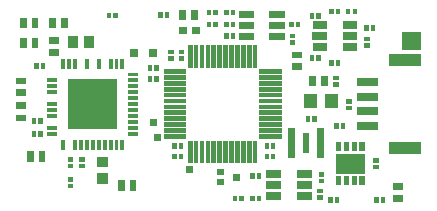
<source format=gts>
G04 Layer: TopSolderMaskLayer*
G04 EasyEDA v6.4.4, 2020-08-18T00:36:11--7:00*
G04 995102e80ca04af79c8c3c359321127d,ec5ec94f42e349aabe65ed7a530a4b72,10*
G04 Gerber Generator version 0.2*
G04 Scale: 100 percent, Rotated: No, Reflected: No *
G04 Dimensions in millimeters *
G04 leading zeros omitted , absolute positions ,3 integer and 3 decimal *
%FSLAX33Y33*%
%MOMM*%
G90*
G71D02*

%ADD72R,0.877976X0.577977*%
%ADD75R,1.289558X0.641858*%

%LPD*%
G36*
G01X33210Y13312D02*
G01X33210Y14889D01*
G01X34787Y14889D01*
G01X34787Y13312D01*
G01X33210Y13312D01*
G37*
G36*
G01X11760Y12710D02*
G01X11760Y13388D01*
G01X12438Y13388D01*
G01X12438Y12710D01*
G01X11760Y12710D01*
G37*
G36*
G01X10160Y12710D02*
G01X10160Y13388D01*
G01X10838Y13388D01*
G01X10838Y12710D01*
G01X10160Y12710D01*
G37*
G36*
G01X14310Y14711D02*
G01X14310Y15288D01*
G01X14988Y15288D01*
G01X14988Y14711D01*
G01X14310Y14711D01*
G37*
G36*
G01X15410Y14711D02*
G01X15410Y15288D01*
G01X16088Y15288D01*
G01X16088Y14711D01*
G01X15410Y14711D01*
G37*
G36*
G01X13086Y16060D02*
G01X13086Y16537D01*
G01X13464Y16537D01*
G01X13464Y16060D01*
G01X13086Y16060D01*
G37*
G36*
G01X12537Y16060D02*
G01X12537Y16537D01*
G01X12915Y16537D01*
G01X12915Y16060D01*
G01X12537Y16060D01*
G37*
G36*
G01X18686Y15260D02*
G01X18686Y15737D01*
G01X19065Y15737D01*
G01X19065Y15260D01*
G01X18686Y15260D01*
G37*
G36*
G01X18138Y15260D02*
G01X18138Y15737D01*
G01X18514Y15737D01*
G01X18514Y15260D01*
G01X18138Y15260D01*
G37*
G36*
G01X29959Y14086D02*
G01X29959Y14465D01*
G01X30436Y14465D01*
G01X30436Y14086D01*
G01X29959Y14086D01*
G37*
G36*
G01X29959Y13535D02*
G01X29959Y13914D01*
G01X30436Y13914D01*
G01X30436Y13535D01*
G01X29959Y13535D01*
G37*
G36*
G01X20886Y510D02*
G01X20886Y988D01*
G01X21264Y988D01*
G01X21264Y510D01*
G01X20886Y510D01*
G37*
G36*
G01X20337Y510D02*
G01X20337Y988D01*
G01X20713Y988D01*
G01X20713Y510D01*
G01X20337Y510D01*
G37*
G36*
G01X2410Y3860D02*
G01X2410Y4739D01*
G01X2987Y4739D01*
G01X2987Y3860D01*
G01X2410Y3860D01*
G37*
G36*
G01X1409Y3860D02*
G01X1409Y4739D01*
G01X1988Y4739D01*
G01X1988Y3860D01*
G01X1409Y3860D01*
G37*
G36*
G01X1811Y13462D02*
G01X1811Y14338D01*
G01X2390Y14338D01*
G01X2390Y13462D01*
G01X1811Y13462D01*
G37*
G36*
G01X810Y13462D02*
G01X810Y14338D01*
G01X1389Y14338D01*
G01X1389Y13462D01*
G01X810Y13462D01*
G37*
G36*
G01X15311Y15862D02*
G01X15311Y16738D01*
G01X15887Y16738D01*
G01X15887Y15862D01*
G01X15311Y15862D01*
G37*
G36*
G01X14310Y15862D02*
G01X14310Y16738D01*
G01X14889Y16738D01*
G01X14889Y15862D01*
G01X14310Y15862D01*
G37*
G54D72*
G01X898Y7600D03*
G36*
G01X459Y8310D02*
G01X459Y8890D01*
G01X1338Y8890D01*
G01X1338Y8310D01*
G01X459Y8310D01*
G37*
G36*
G01X459Y10411D02*
G01X459Y10990D01*
G01X1338Y10990D01*
G01X1338Y10411D01*
G01X459Y10411D01*
G37*
G36*
G01X459Y9410D02*
G01X459Y9989D01*
G01X1338Y9989D01*
G01X1338Y9410D01*
G01X459Y9410D01*
G37*
G36*
G01X8186Y16012D02*
G01X8186Y16489D01*
G01X8564Y16489D01*
G01X8564Y16012D01*
G01X8186Y16012D01*
G37*
G36*
G01X8735Y16012D02*
G01X8735Y16489D01*
G01X9113Y16489D01*
G01X9113Y16012D01*
G01X8735Y16012D01*
G37*
G36*
G01X23860Y11610D02*
G01X23860Y12189D01*
G01X24739Y12189D01*
G01X24739Y11610D01*
G01X23860Y11610D01*
G37*
G36*
G01X23860Y12611D02*
G01X23860Y13190D01*
G01X24739Y13190D01*
G01X24739Y12611D01*
G01X23860Y12611D01*
G37*
G36*
G01X32410Y462D02*
G01X32410Y1038D01*
G01X33289Y1038D01*
G01X33289Y462D01*
G01X32410Y462D01*
G37*
G36*
G01X32410Y1460D02*
G01X32410Y2039D01*
G01X33289Y2039D01*
G01X33289Y1460D01*
G01X32410Y1460D01*
G37*
G36*
G01X25958Y4160D02*
G01X25958Y6738D01*
G01X26537Y6738D01*
G01X26537Y4160D01*
G01X25958Y4160D01*
G37*
G36*
G01X24759Y4610D02*
G01X24759Y6289D01*
G01X25339Y6289D01*
G01X25339Y4610D01*
G01X24759Y4610D01*
G37*
G36*
G01X23561Y4160D02*
G01X23561Y6738D01*
G01X24140Y6738D01*
G01X24140Y4160D01*
G01X23561Y4160D01*
G37*
G36*
G01X21658Y2519D02*
G01X21658Y3159D01*
G01X22948Y3159D01*
G01X22948Y2519D01*
G01X21658Y2519D01*
G37*
G36*
G01X21658Y1579D02*
G01X21658Y2219D01*
G01X22948Y2219D01*
G01X22948Y1579D01*
G01X21658Y1579D01*
G37*
G36*
G01X21658Y640D02*
G01X21658Y1280D01*
G01X22948Y1280D01*
G01X22948Y640D01*
G01X21658Y640D01*
G37*
G36*
G01X24249Y640D02*
G01X24249Y1280D01*
G01X25539Y1280D01*
G01X25539Y640D01*
G01X24249Y640D01*
G37*
G36*
G01X24249Y2519D02*
G01X24249Y3159D01*
G01X25539Y3159D01*
G01X25539Y2519D01*
G01X24249Y2519D01*
G37*
G36*
G01X24249Y1579D02*
G01X24249Y2219D01*
G01X25539Y2219D01*
G01X25539Y1579D01*
G01X24249Y1579D01*
G37*
G36*
G01X19359Y16019D02*
G01X19359Y16659D01*
G01X20650Y16659D01*
G01X20650Y16019D01*
G01X19359Y16019D01*
G37*
G36*
G01X19359Y15079D02*
G01X19359Y15720D01*
G01X20650Y15720D01*
G01X20650Y15079D01*
G01X19359Y15079D01*
G37*
G36*
G01X19359Y14140D02*
G01X19359Y14780D01*
G01X20650Y14780D01*
G01X20650Y14140D01*
G01X19359Y14140D01*
G37*
G36*
G01X21950Y14140D02*
G01X21950Y14780D01*
G01X23241Y14780D01*
G01X23241Y14140D01*
G01X21950Y14140D01*
G37*
G36*
G01X21950Y16019D02*
G01X21950Y16659D01*
G01X23241Y16659D01*
G01X23241Y16019D01*
G01X21950Y16019D01*
G37*
G36*
G01X21950Y15079D02*
G01X21950Y15720D01*
G01X23241Y15720D01*
G01X23241Y15079D01*
G01X21950Y15079D01*
G37*
G36*
G01X32037Y4485D02*
G01X32037Y5565D01*
G01X34813Y5565D01*
G01X34813Y4485D01*
G01X32037Y4485D01*
G37*
G36*
G01X29337Y7785D02*
G01X29337Y8463D01*
G01X31115Y8463D01*
G01X31115Y7785D01*
G01X29337Y7785D01*
G37*
G36*
G01X29337Y6535D02*
G01X29337Y7213D01*
G01X31115Y7213D01*
G01X31115Y6535D01*
G01X29337Y6535D01*
G37*
G36*
G01X29337Y9037D02*
G01X29337Y9712D01*
G01X31115Y9712D01*
G01X31115Y9037D01*
G01X29337Y9037D01*
G37*
G36*
G01X29337Y10287D02*
G01X29337Y10965D01*
G01X31115Y10965D01*
G01X31115Y10287D01*
G01X29337Y10287D01*
G37*
G36*
G01X32037Y11935D02*
G01X32037Y13014D01*
G01X34813Y13014D01*
G01X34813Y11935D01*
G01X32037Y11935D01*
G37*
G36*
G01X18686Y16261D02*
G01X18686Y16738D01*
G01X19062Y16738D01*
G01X19062Y16261D01*
G01X18686Y16261D01*
G37*
G36*
G01X18135Y16261D02*
G01X18135Y16738D01*
G01X18514Y16738D01*
G01X18514Y16261D01*
G01X18135Y16261D01*
G37*
G36*
G01X5859Y3335D02*
G01X5859Y3713D01*
G01X6339Y3713D01*
G01X6339Y3335D01*
G01X5859Y3335D01*
G37*
G36*
G01X5859Y3886D02*
G01X5859Y4264D01*
G01X6339Y4264D01*
G01X6339Y3886D01*
G01X5859Y3886D01*
G37*
G36*
G01X4861Y1635D02*
G01X4861Y2014D01*
G01X5339Y2014D01*
G01X5339Y1635D01*
G01X4861Y1635D01*
G37*
G36*
G01X4861Y2186D02*
G01X4861Y2562D01*
G01X5339Y2562D01*
G01X5339Y2186D01*
G01X4861Y2186D01*
G37*
G36*
G01X1836Y5961D02*
G01X1836Y6438D01*
G01X2214Y6438D01*
G01X2214Y5961D01*
G01X1836Y5961D01*
G37*
G36*
G01X2385Y5961D02*
G01X2385Y6438D01*
G01X2763Y6438D01*
G01X2763Y5961D01*
G01X2385Y5961D01*
G37*
G36*
G01X28460Y8237D02*
G01X28460Y8613D01*
G01X28938Y8613D01*
G01X28938Y8237D01*
G01X28460Y8237D01*
G37*
G36*
G01X28460Y8785D02*
G01X28460Y9164D01*
G01X28938Y9164D01*
G01X28938Y8785D01*
G01X28460Y8785D01*
G37*
G36*
G01X26111Y2037D02*
G01X26111Y2413D01*
G01X26588Y2413D01*
G01X26588Y2037D01*
G01X26111Y2037D01*
G37*
G36*
G01X26111Y2585D02*
G01X26111Y2964D01*
G01X26588Y2964D01*
G01X26588Y2585D01*
G01X26111Y2585D01*
G37*
G36*
G01X20886Y2410D02*
G01X20886Y2887D01*
G01X21264Y2887D01*
G01X21264Y2410D01*
G01X20886Y2410D01*
G37*
G36*
G01X20335Y2410D02*
G01X20335Y2887D01*
G01X20713Y2887D01*
G01X20713Y2410D01*
G01X20335Y2410D01*
G37*
G36*
G01X26936Y411D02*
G01X26936Y889D01*
G01X27315Y889D01*
G01X27315Y411D01*
G01X26936Y411D01*
G37*
G36*
G01X27485Y411D02*
G01X27485Y889D01*
G01X27863Y889D01*
G01X27863Y411D01*
G01X27485Y411D01*
G37*
G36*
G01X26012Y635D02*
G01X26012Y1013D01*
G01X26489Y1013D01*
G01X26489Y635D01*
G01X26012Y635D01*
G37*
G36*
G01X26012Y1186D02*
G01X26012Y1564D01*
G01X26489Y1564D01*
G01X26489Y1186D01*
G01X26012Y1186D01*
G37*
G36*
G01X18836Y510D02*
G01X18836Y988D01*
G01X19215Y988D01*
G01X19215Y510D01*
G01X18836Y510D01*
G37*
G36*
G01X19385Y510D02*
G01X19385Y988D01*
G01X19763Y988D01*
G01X19763Y510D01*
G01X19385Y510D01*
G37*
G36*
G01X2037Y11760D02*
G01X2037Y12237D01*
G01X2413Y12237D01*
G01X2413Y11760D01*
G01X2037Y11760D01*
G37*
G36*
G01X2585Y11760D02*
G01X2585Y12237D01*
G01X2964Y12237D01*
G01X2964Y11760D01*
G01X2585Y11760D01*
G37*
G36*
G01X28435Y16360D02*
G01X28435Y16840D01*
G01X28813Y16840D01*
G01X28813Y16360D01*
G01X28435Y16360D01*
G37*
G36*
G01X28986Y16360D02*
G01X28986Y16840D01*
G01X29364Y16840D01*
G01X29364Y16360D01*
G01X28986Y16360D01*
G37*
G36*
G01X27586Y12011D02*
G01X27586Y12489D01*
G01X27962Y12489D01*
G01X27962Y12011D01*
G01X27586Y12011D01*
G37*
G36*
G01X27035Y12011D02*
G01X27035Y12489D01*
G01X27414Y12489D01*
G01X27414Y12011D01*
G01X27035Y12011D01*
G37*
G36*
G01X27586Y16360D02*
G01X27586Y16840D01*
G01X27962Y16840D01*
G01X27962Y16360D01*
G01X27586Y16360D01*
G37*
G36*
G01X27035Y16360D02*
G01X27035Y16840D01*
G01X27414Y16840D01*
G01X27414Y16360D01*
G01X27035Y16360D01*
G37*
G36*
G01X25387Y15961D02*
G01X25387Y16438D01*
G01X25763Y16438D01*
G01X25763Y15961D01*
G01X25387Y15961D01*
G37*
G36*
G01X25935Y15961D02*
G01X25935Y16438D01*
G01X26314Y16438D01*
G01X26314Y15961D01*
G01X25935Y15961D01*
G37*
G36*
G01X30535Y14960D02*
G01X30535Y15438D01*
G01X30914Y15438D01*
G01X30914Y14960D01*
G01X30535Y14960D01*
G37*
G36*
G01X29987Y14960D02*
G01X29987Y15438D01*
G01X30363Y15438D01*
G01X30363Y14960D01*
G01X29987Y14960D01*
G37*
G36*
G01X11635Y11562D02*
G01X11635Y12039D01*
G01X12014Y12039D01*
G01X12014Y11562D01*
G01X11635Y11562D01*
G37*
G36*
G01X12186Y11562D02*
G01X12186Y12039D01*
G01X12562Y12039D01*
G01X12562Y11562D01*
G01X12186Y11562D01*
G37*
G36*
G01X12186Y10660D02*
G01X12186Y11137D01*
G01X12562Y11137D01*
G01X12562Y10660D01*
G01X12186Y10660D01*
G37*
G36*
G01X11635Y10660D02*
G01X11635Y11137D01*
G01X12014Y11137D01*
G01X12014Y10660D01*
G01X11635Y10660D01*
G37*
G36*
G01X25935Y12410D02*
G01X25935Y12887D01*
G01X26314Y12887D01*
G01X26314Y12410D01*
G01X25935Y12410D01*
G37*
G36*
G01X25384Y12410D02*
G01X25384Y12887D01*
G01X25763Y12887D01*
G01X25763Y12410D01*
G01X25384Y12410D01*
G37*
G36*
G01X4861Y3335D02*
G01X4861Y3713D01*
G01X5339Y3713D01*
G01X5339Y3335D01*
G01X4861Y3335D01*
G37*
G36*
G01X4861Y3886D02*
G01X4861Y4264D01*
G01X5339Y4264D01*
G01X5339Y3886D01*
G01X4861Y3886D01*
G37*
G36*
G01X31386Y411D02*
G01X31386Y889D01*
G01X31762Y889D01*
G01X31762Y411D01*
G01X31386Y411D01*
G37*
G36*
G01X30835Y411D02*
G01X30835Y889D01*
G01X31214Y889D01*
G01X31214Y411D01*
G01X30835Y411D01*
G37*
G36*
G01X16637Y16261D02*
G01X16637Y16738D01*
G01X17012Y16738D01*
G01X17012Y16261D01*
G01X16637Y16261D01*
G37*
G36*
G01X17185Y16261D02*
G01X17185Y16738D01*
G01X17564Y16738D01*
G01X17564Y16261D01*
G01X17185Y16261D01*
G37*
G36*
G01X1836Y7061D02*
G01X1836Y7538D01*
G01X2214Y7538D01*
G01X2214Y7061D01*
G01X1836Y7061D01*
G37*
G36*
G01X2385Y7061D02*
G01X2385Y7538D01*
G01X2763Y7538D01*
G01X2763Y7061D01*
G01X2385Y7061D01*
G37*
G36*
G01X23637Y15260D02*
G01X23637Y15737D01*
G01X24013Y15737D01*
G01X24013Y15260D01*
G01X23637Y15260D01*
G37*
G36*
G01X24185Y15260D02*
G01X24185Y15737D01*
G01X24564Y15737D01*
G01X24564Y15260D01*
G01X24185Y15260D01*
G37*
G36*
G01X18686Y14262D02*
G01X18686Y14739D01*
G01X19062Y14739D01*
G01X19062Y14262D01*
G01X18686Y14262D01*
G37*
G36*
G01X18135Y14262D02*
G01X18135Y14739D01*
G01X18514Y14739D01*
G01X18514Y14262D01*
G01X18135Y14262D01*
G37*
G36*
G01X23660Y13787D02*
G01X23660Y14163D01*
G01X24140Y14163D01*
G01X24140Y13787D01*
G01X23660Y13787D01*
G37*
G36*
G01X23660Y14335D02*
G01X23660Y14714D01*
G01X24140Y14714D01*
G01X24140Y14335D01*
G01X23660Y14335D01*
G37*
G36*
G01X17185Y15260D02*
G01X17185Y15737D01*
G01X17564Y15737D01*
G01X17564Y15260D01*
G01X17185Y15260D01*
G37*
G36*
G01X16637Y15260D02*
G01X16637Y15737D01*
G01X17012Y15737D01*
G01X17012Y15260D01*
G01X16637Y15260D01*
G37*
G36*
G01X18856Y2258D02*
G01X18856Y2842D01*
G01X19443Y2842D01*
G01X19443Y2258D01*
G01X18856Y2258D01*
G37*
G36*
G01X14907Y2905D02*
G01X14907Y3492D01*
G01X15494Y3492D01*
G01X15494Y2905D01*
G01X14907Y2905D01*
G37*
G36*
G01X11856Y6906D02*
G01X11856Y7493D01*
G01X12443Y7493D01*
G01X12443Y6906D01*
G01X11856Y6906D01*
G37*
G36*
G01X12207Y5605D02*
G01X12207Y6192D01*
G01X12793Y6192D01*
G01X12793Y5605D01*
G01X12207Y5605D01*
G37*
G36*
G01X17508Y1856D02*
G01X17508Y2443D01*
G01X18092Y2443D01*
G01X18092Y1856D01*
G01X17508Y1856D01*
G37*
G36*
G01X17508Y2707D02*
G01X17508Y3291D01*
G01X18092Y3291D01*
G01X18092Y2707D01*
G01X17508Y2707D01*
G37*
G36*
G01X27437Y6659D02*
G01X27437Y7139D01*
G01X27813Y7139D01*
G01X27813Y6659D01*
G01X27437Y6659D01*
G37*
G36*
G01X27985Y6659D02*
G01X27985Y7139D01*
G01X28364Y7139D01*
G01X28364Y6659D01*
G01X27985Y6659D01*
G37*
G36*
G01X13360Y12987D02*
G01X13360Y13362D01*
G01X13837Y13362D01*
G01X13837Y12987D01*
G01X13360Y12987D01*
G37*
G36*
G01X13360Y12435D02*
G01X13360Y12814D01*
G01X13837Y12814D01*
G01X13837Y12435D01*
G01X13360Y12435D01*
G37*
G36*
G01X14262Y12987D02*
G01X14262Y13362D01*
G01X14739Y13362D01*
G01X14739Y12987D01*
G01X14262Y12987D01*
G37*
G36*
G01X14262Y12435D02*
G01X14262Y12814D01*
G01X14739Y12814D01*
G01X14739Y12435D01*
G01X14262Y12435D01*
G37*
G36*
G01X21536Y4061D02*
G01X21536Y4538D01*
G01X21915Y4538D01*
G01X21915Y4061D01*
G01X21536Y4061D01*
G37*
G36*
G01X22085Y4061D02*
G01X22085Y4538D01*
G01X22463Y4538D01*
G01X22463Y4061D01*
G01X22085Y4061D01*
G37*
G36*
G01X22085Y4960D02*
G01X22085Y5438D01*
G01X22463Y5438D01*
G01X22463Y4960D01*
G01X22085Y4960D01*
G37*
G36*
G01X21536Y4960D02*
G01X21536Y5438D01*
G01X21915Y5438D01*
G01X21915Y4960D01*
G01X21536Y4960D01*
G37*
G36*
G01X13736Y4061D02*
G01X13736Y4538D01*
G01X14114Y4538D01*
G01X14114Y4061D01*
G01X13736Y4061D01*
G37*
G36*
G01X14284Y4061D02*
G01X14284Y4538D01*
G01X14663Y4538D01*
G01X14663Y4061D01*
G01X14284Y4061D01*
G37*
G36*
G01X6261Y13510D02*
G01X6261Y14488D01*
G01X7139Y14488D01*
G01X7139Y13510D01*
G01X6261Y13510D01*
G37*
G36*
G01X4861Y13510D02*
G01X4861Y14488D01*
G01X5737Y14488D01*
G01X5737Y13510D01*
G01X4861Y13510D01*
G37*
G36*
G01X3261Y12811D02*
G01X3261Y13388D01*
G01X4140Y13388D01*
G01X4140Y12811D01*
G01X3261Y12811D01*
G37*
G36*
G01X3261Y13809D02*
G01X3261Y14389D01*
G01X4140Y14389D01*
G01X4140Y13809D01*
G01X3261Y13809D01*
G37*
G36*
G01X4310Y15161D02*
G01X4310Y16040D01*
G01X4889Y16040D01*
G01X4889Y15161D01*
G01X4310Y15161D01*
G37*
G36*
G01X3312Y15161D02*
G01X3312Y16040D01*
G01X3888Y16040D01*
G01X3888Y15161D01*
G01X3312Y15161D01*
G37*
G36*
G01X13736Y4960D02*
G01X13736Y5438D01*
G01X14114Y5438D01*
G01X14114Y4960D01*
G01X13736Y4960D01*
G37*
G36*
G01X14284Y4960D02*
G01X14284Y5438D01*
G01X14663Y5438D01*
G01X14663Y4960D01*
G01X14284Y4960D01*
G37*
G36*
G01X26659Y8409D02*
G01X26659Y9588D01*
G01X27739Y9588D01*
G01X27739Y8409D01*
G01X26659Y8409D01*
G37*
G36*
G01X24861Y8409D02*
G01X24861Y9588D01*
G01X25938Y9588D01*
G01X25938Y8409D01*
G01X24861Y8409D01*
G37*
G36*
G01X27360Y10236D02*
G01X27360Y10614D01*
G01X27838Y10614D01*
G01X27838Y10236D01*
G01X27360Y10236D01*
G37*
G36*
G01X27360Y10784D02*
G01X27360Y11163D01*
G01X27838Y11163D01*
G01X27838Y10784D01*
G01X27360Y10784D01*
G37*
G36*
G01X26311Y10261D02*
G01X26311Y11137D01*
G01X26888Y11137D01*
G01X26888Y10261D01*
G01X26311Y10261D01*
G37*
G36*
G01X25311Y10261D02*
G01X25311Y11137D01*
G01X25887Y11137D01*
G01X25887Y10261D01*
G01X25311Y10261D01*
G37*
G36*
G01X25585Y7261D02*
G01X25585Y7739D01*
G01X25963Y7739D01*
G01X25963Y7261D01*
G01X25585Y7261D01*
G37*
G36*
G01X25036Y7261D02*
G01X25036Y7739D01*
G01X25415Y7739D01*
G01X25415Y7261D01*
G01X25036Y7261D01*
G37*
G36*
G01X30761Y3235D02*
G01X30761Y3614D01*
G01X31239Y3614D01*
G01X31239Y3235D01*
G01X30761Y3235D01*
G37*
G36*
G01X30761Y3787D02*
G01X30761Y4163D01*
G01X31239Y4163D01*
G01X31239Y3787D01*
G01X30761Y3787D01*
G37*
G36*
G01X10111Y1412D02*
G01X10111Y2288D01*
G01X10688Y2288D01*
G01X10688Y1412D01*
G01X10111Y1412D01*
G37*
G36*
G01X9110Y1412D02*
G01X9110Y2288D01*
G01X9690Y2288D01*
G01X9690Y1412D01*
G01X9110Y1412D01*
G37*
G36*
G01X7310Y2011D02*
G01X7310Y2887D01*
G01X8288Y2887D01*
G01X8288Y2011D01*
G01X7310Y2011D01*
G37*
G36*
G01X7310Y3411D02*
G01X7310Y4290D01*
G01X8288Y4290D01*
G01X8288Y3411D01*
G01X7310Y3411D01*
G37*
G36*
G01X810Y15161D02*
G01X810Y16040D01*
G01X1389Y16040D01*
G01X1389Y15161D01*
G01X810Y15161D01*
G37*
G36*
G01X1811Y15161D02*
G01X1811Y16040D01*
G01X2390Y16040D01*
G01X2390Y15161D01*
G01X1811Y15161D01*
G37*
G36*
G01X4333Y4902D02*
G01X4333Y5742D01*
G01X4665Y5742D01*
G01X4665Y4902D01*
G01X4333Y4902D01*
G37*
G36*
G01X5334Y4902D02*
G01X5334Y5742D01*
G01X5666Y5742D01*
G01X5666Y4902D01*
G01X5334Y4902D01*
G37*
G36*
G01X5834Y4902D02*
G01X5834Y5742D01*
G01X6167Y5742D01*
G01X6167Y4902D01*
G01X5834Y4902D01*
G37*
G36*
G01X6334Y4902D02*
G01X6334Y5742D01*
G01X6664Y5742D01*
G01X6664Y4902D01*
G01X6334Y4902D01*
G37*
G36*
G01X6835Y4902D02*
G01X6835Y5742D01*
G01X7165Y5742D01*
G01X7165Y4902D01*
G01X6835Y4902D01*
G37*
G36*
G01X7332Y4902D02*
G01X7332Y5742D01*
G01X7665Y5742D01*
G01X7665Y4902D01*
G01X7332Y4902D01*
G37*
G36*
G01X7833Y4902D02*
G01X7833Y5742D01*
G01X8166Y5742D01*
G01X8166Y4902D01*
G01X7833Y4902D01*
G37*
G36*
G01X8333Y4902D02*
G01X8333Y5742D01*
G01X8666Y5742D01*
G01X8666Y4902D01*
G01X8333Y4902D01*
G37*
G36*
G01X8834Y4902D02*
G01X8834Y5742D01*
G01X9166Y5742D01*
G01X9166Y4902D01*
G01X8834Y4902D01*
G37*
G36*
G01X9334Y4902D02*
G01X9334Y5742D01*
G01X9664Y5742D01*
G01X9664Y4902D01*
G01X9334Y4902D01*
G37*
G36*
G01X10007Y6083D02*
G01X10007Y6416D01*
G01X10845Y6416D01*
G01X10845Y6083D01*
G01X10007Y6083D01*
G37*
G36*
G01X10007Y6583D02*
G01X10007Y6916D01*
G01X10845Y6916D01*
G01X10845Y6583D01*
G01X10007Y6583D01*
G37*
G36*
G01X10007Y7084D02*
G01X10007Y7416D01*
G01X10845Y7416D01*
G01X10845Y7084D01*
G01X10007Y7084D01*
G37*
G36*
G01X10007Y7584D02*
G01X10007Y7917D01*
G01X10845Y7917D01*
G01X10845Y7584D01*
G01X10007Y7584D01*
G37*
G36*
G01X10007Y8084D02*
G01X10007Y8415D01*
G01X10845Y8415D01*
G01X10845Y8084D01*
G01X10007Y8084D01*
G37*
G36*
G01X10007Y8585D02*
G01X10007Y8915D01*
G01X10845Y8915D01*
G01X10845Y8585D01*
G01X10007Y8585D01*
G37*
G36*
G01X10007Y9083D02*
G01X10007Y9415D01*
G01X10845Y9415D01*
G01X10845Y9083D01*
G01X10007Y9083D01*
G37*
G36*
G01X10007Y9583D02*
G01X10007Y9916D01*
G01X10845Y9916D01*
G01X10845Y9583D01*
G01X10007Y9583D01*
G37*
G36*
G01X10007Y10083D02*
G01X10007Y10416D01*
G01X10845Y10416D01*
G01X10845Y10083D01*
G01X10007Y10083D01*
G37*
G36*
G01X10007Y10584D02*
G01X10007Y10916D01*
G01X10845Y10916D01*
G01X10845Y10584D01*
G01X10007Y10584D01*
G37*
G36*
G01X10007Y11084D02*
G01X10007Y11414D01*
G01X10845Y11414D01*
G01X10845Y11084D01*
G01X10007Y11084D01*
G37*
G36*
G01X9334Y11757D02*
G01X9334Y12595D01*
G01X9664Y12595D01*
G01X9664Y11757D01*
G01X9334Y11757D01*
G37*
G36*
G01X8834Y11757D02*
G01X8834Y12595D01*
G01X9166Y12595D01*
G01X9166Y11757D01*
G01X8834Y11757D01*
G37*
G36*
G01X8333Y11757D02*
G01X8333Y12595D01*
G01X8666Y12595D01*
G01X8666Y11757D01*
G01X8333Y11757D01*
G37*
G36*
G01X7332Y11757D02*
G01X7332Y12595D01*
G01X7665Y12595D01*
G01X7665Y11757D01*
G01X7332Y11757D01*
G37*
G36*
G01X6334Y11757D02*
G01X6334Y12595D01*
G01X6664Y12595D01*
G01X6664Y11757D01*
G01X6334Y11757D01*
G37*
G36*
G01X5334Y11757D02*
G01X5334Y12595D01*
G01X5666Y12595D01*
G01X5666Y11757D01*
G01X5334Y11757D01*
G37*
G36*
G01X4833Y11757D02*
G01X4833Y12595D01*
G01X5166Y12595D01*
G01X5166Y11757D01*
G01X4833Y11757D01*
G37*
G36*
G01X4333Y11757D02*
G01X4333Y12595D01*
G01X4665Y12595D01*
G01X4665Y11757D01*
G01X4333Y11757D01*
G37*
G36*
G01X3152Y10584D02*
G01X3152Y10916D01*
G01X3992Y10916D01*
G01X3992Y10584D01*
G01X3152Y10584D01*
G37*
G36*
G01X3152Y10083D02*
G01X3152Y10416D01*
G01X3992Y10416D01*
G01X3992Y10083D01*
G01X3152Y10083D01*
G37*
G36*
G01X3152Y9583D02*
G01X3152Y9916D01*
G01X3992Y9916D01*
G01X3992Y9583D01*
G01X3152Y9583D01*
G37*
G36*
G01X3152Y8585D02*
G01X3152Y8915D01*
G01X3992Y8915D01*
G01X3992Y8585D01*
G01X3152Y8585D01*
G37*
G36*
G01X3152Y8084D02*
G01X3152Y8415D01*
G01X3992Y8415D01*
G01X3992Y8084D01*
G01X3152Y8084D01*
G37*
G36*
G01X3152Y7584D02*
G01X3152Y7917D01*
G01X3992Y7917D01*
G01X3992Y7584D01*
G01X3152Y7584D01*
G37*
G36*
G01X3152Y6583D02*
G01X3152Y6916D01*
G01X3992Y6916D01*
G01X3992Y6583D01*
G01X3152Y6583D01*
G37*
G36*
G01X3152Y6083D02*
G01X3152Y6416D01*
G01X3992Y6416D01*
G01X3992Y6083D01*
G01X3152Y6083D01*
G37*
G36*
G01X4917Y6667D02*
G01X4917Y10833D01*
G01X9083Y10833D01*
G01X9083Y6667D01*
G01X4917Y6667D01*
G37*
G36*
G01X27592Y1871D02*
G01X27592Y2661D01*
G01X28026Y2661D01*
G01X28026Y1871D01*
G01X27592Y1871D01*
G37*
G36*
G01X28252Y1871D02*
G01X28252Y2661D01*
G01X28686Y2661D01*
G01X28686Y1871D01*
G01X28252Y1871D01*
G37*
G36*
G01X28912Y1871D02*
G01X28912Y2661D01*
G01X29347Y2661D01*
G01X29347Y1871D01*
G01X28912Y1871D01*
G37*
G36*
G01X29573Y1871D02*
G01X29573Y2661D01*
G01X30007Y2661D01*
G01X30007Y1871D01*
G01X29573Y1871D01*
G37*
G36*
G01X29573Y4737D02*
G01X29573Y5527D01*
G01X30007Y5527D01*
G01X30007Y4737D01*
G01X29573Y4737D01*
G37*
G36*
G01X28912Y4737D02*
G01X28912Y5527D01*
G01X29347Y5527D01*
G01X29347Y4737D01*
G01X28912Y4737D01*
G37*
G36*
G01X28252Y4737D02*
G01X28252Y5527D01*
G01X28686Y5527D01*
G01X28686Y4737D01*
G01X28252Y4737D01*
G37*
G36*
G01X27592Y4737D02*
G01X27592Y5527D01*
G01X28026Y5527D01*
G01X28026Y4737D01*
G01X27592Y4737D01*
G37*
G36*
G01X27561Y2860D02*
G01X27561Y4538D01*
G01X30038Y4538D01*
G01X30038Y2860D01*
G01X27561Y2860D01*
G37*
G36*
G01X20546Y3764D02*
G01X20546Y5659D01*
G01X20939Y5659D01*
G01X20939Y3764D01*
G01X20546Y3764D01*
G37*
G36*
G01X20063Y3764D02*
G01X20063Y5659D01*
G01X20457Y5659D01*
G01X20457Y3764D01*
G01X20063Y3764D01*
G37*
G36*
G01X19555Y3764D02*
G01X19555Y5659D01*
G01X19949Y5659D01*
G01X19949Y3764D01*
G01X19555Y3764D01*
G37*
G36*
G01X19047Y3764D02*
G01X19047Y5659D01*
G01X19441Y5659D01*
G01X19441Y3764D01*
G01X19047Y3764D01*
G37*
G36*
G01X18539Y3764D02*
G01X18539Y5659D01*
G01X18933Y5659D01*
G01X18933Y3764D01*
G01X18539Y3764D01*
G37*
G36*
G01X18056Y3764D02*
G01X18056Y5659D01*
G01X18450Y5659D01*
G01X18450Y3764D01*
G01X18056Y3764D01*
G37*
G36*
G01X17548Y3764D02*
G01X17548Y5659D01*
G01X17942Y5659D01*
G01X17942Y3764D01*
G01X17548Y3764D01*
G37*
G36*
G01X17040Y3764D02*
G01X17040Y5659D01*
G01X17434Y5659D01*
G01X17434Y3764D01*
G01X17040Y3764D01*
G37*
G36*
G01X16558Y3764D02*
G01X16558Y5659D01*
G01X16951Y5659D01*
G01X16951Y3764D01*
G01X16558Y3764D01*
G37*
G36*
G01X16050Y3764D02*
G01X16050Y5659D01*
G01X16443Y5659D01*
G01X16443Y3764D01*
G01X16050Y3764D01*
G37*
G36*
G01X15542Y3764D02*
G01X15542Y5659D01*
G01X15935Y5659D01*
G01X15935Y3764D01*
G01X15542Y3764D01*
G37*
G36*
G01X15059Y3764D02*
G01X15059Y5659D01*
G01X15453Y5659D01*
G01X15453Y3764D01*
G01X15059Y3764D01*
G37*
G36*
G01X13014Y5808D02*
G01X13014Y6205D01*
G01X14907Y6205D01*
G01X14907Y5808D01*
G01X13014Y5808D01*
G37*
G36*
G01X13014Y6291D02*
G01X13014Y6687D01*
G01X14907Y6687D01*
G01X14907Y6291D01*
G01X13014Y6291D01*
G37*
G36*
G01X13014Y6799D02*
G01X13014Y7195D01*
G01X14907Y7195D01*
G01X14907Y6799D01*
G01X13014Y6799D01*
G37*
G36*
G01X13014Y7307D02*
G01X13014Y7703D01*
G01X14907Y7703D01*
G01X14907Y7307D01*
G01X13014Y7307D01*
G37*
G36*
G01X13014Y7815D02*
G01X13014Y8211D01*
G01X14907Y8211D01*
G01X14907Y7815D01*
G01X13014Y7815D01*
G37*
G36*
G01X13014Y8298D02*
G01X13014Y8694D01*
G01X14907Y8694D01*
G01X14907Y8298D01*
G01X13014Y8298D01*
G37*
G36*
G01X13014Y8806D02*
G01X13014Y9202D01*
G01X14907Y9202D01*
G01X14907Y8806D01*
G01X13014Y8806D01*
G37*
G36*
G01X13014Y9314D02*
G01X13014Y9710D01*
G01X14907Y9710D01*
G01X14907Y9314D01*
G01X13014Y9314D01*
G37*
G36*
G01X13014Y9796D02*
G01X13014Y10193D01*
G01X14907Y10193D01*
G01X14907Y9796D01*
G01X13014Y9796D01*
G37*
G36*
G01X13014Y10304D02*
G01X13014Y10701D01*
G01X14907Y10701D01*
G01X14907Y10304D01*
G01X13014Y10304D01*
G37*
G36*
G01X13014Y10812D02*
G01X13014Y11209D01*
G01X14907Y11209D01*
G01X14907Y10812D01*
G01X13014Y10812D01*
G37*
G36*
G01X13014Y11295D02*
G01X13014Y11691D01*
G01X14907Y11691D01*
G01X14907Y11295D01*
G01X13014Y11295D01*
G37*
G36*
G01X15059Y11841D02*
G01X15059Y13736D01*
G01X15453Y13736D01*
G01X15453Y11841D01*
G01X15059Y11841D01*
G37*
G36*
G01X15542Y11841D02*
G01X15542Y13736D01*
G01X15935Y13736D01*
G01X15935Y11841D01*
G01X15542Y11841D01*
G37*
G36*
G01X16050Y11841D02*
G01X16050Y13736D01*
G01X16443Y13736D01*
G01X16443Y11841D01*
G01X16050Y11841D01*
G37*
G36*
G01X16558Y11841D02*
G01X16558Y13736D01*
G01X16951Y13736D01*
G01X16951Y11841D01*
G01X16558Y11841D01*
G37*
G36*
G01X17040Y11841D02*
G01X17040Y13736D01*
G01X17434Y13736D01*
G01X17434Y11841D01*
G01X17040Y11841D01*
G37*
G36*
G01X17548Y11841D02*
G01X17548Y13736D01*
G01X17942Y13736D01*
G01X17942Y11841D01*
G01X17548Y11841D01*
G37*
G36*
G01X18056Y11841D02*
G01X18056Y13736D01*
G01X18450Y13736D01*
G01X18450Y11841D01*
G01X18056Y11841D01*
G37*
G36*
G01X18539Y11841D02*
G01X18539Y13736D01*
G01X18933Y13736D01*
G01X18933Y11841D01*
G01X18539Y11841D01*
G37*
G36*
G01X19047Y11841D02*
G01X19047Y13736D01*
G01X19441Y13736D01*
G01X19441Y11841D01*
G01X19047Y11841D01*
G37*
G36*
G01X19555Y11841D02*
G01X19555Y13736D01*
G01X19949Y13736D01*
G01X19949Y11841D01*
G01X19555Y11841D01*
G37*
G36*
G01X20063Y11841D02*
G01X20063Y13736D01*
G01X20457Y13736D01*
G01X20457Y11841D01*
G01X20063Y11841D01*
G37*
G36*
G01X20546Y11841D02*
G01X20546Y13736D01*
G01X20939Y13736D01*
G01X20939Y11841D01*
G01X20546Y11841D01*
G37*
G36*
G01X21092Y11295D02*
G01X21092Y11691D01*
G01X22984Y11691D01*
G01X22984Y11295D01*
G01X21092Y11295D01*
G37*
G36*
G01X21092Y10812D02*
G01X21092Y11209D01*
G01X22984Y11209D01*
G01X22984Y10812D01*
G01X21092Y10812D01*
G37*
G36*
G01X21092Y10304D02*
G01X21092Y10701D01*
G01X22984Y10701D01*
G01X22984Y10304D01*
G01X21092Y10304D01*
G37*
G36*
G01X21092Y9796D02*
G01X21092Y10193D01*
G01X22984Y10193D01*
G01X22984Y9796D01*
G01X21092Y9796D01*
G37*
G36*
G01X21092Y9314D02*
G01X21092Y9710D01*
G01X22984Y9710D01*
G01X22984Y9314D01*
G01X21092Y9314D01*
G37*
G36*
G01X21092Y8806D02*
G01X21092Y9202D01*
G01X22984Y9202D01*
G01X22984Y8806D01*
G01X21092Y8806D01*
G37*
G36*
G01X21092Y8298D02*
G01X21092Y8694D01*
G01X22984Y8694D01*
G01X22984Y8298D01*
G01X21092Y8298D01*
G37*
G36*
G01X21092Y7815D02*
G01X21092Y8211D01*
G01X22984Y8211D01*
G01X22984Y7815D01*
G01X21092Y7815D01*
G37*
G36*
G01X21092Y7307D02*
G01X21092Y7703D01*
G01X22984Y7703D01*
G01X22984Y7307D01*
G01X21092Y7307D01*
G37*
G36*
G01X21092Y6799D02*
G01X21092Y7195D01*
G01X22984Y7195D01*
G01X22984Y6799D01*
G01X21092Y6799D01*
G37*
G36*
G01X21092Y6291D02*
G01X21092Y6687D01*
G01X22984Y6687D01*
G01X22984Y6291D01*
G01X21092Y6291D01*
G37*
G36*
G01X21092Y5808D02*
G01X21092Y6205D01*
G01X22984Y6205D01*
G01X22984Y5808D01*
G01X21092Y5808D01*
G37*
G54D75*
G01X28795Y13560D03*
G01X28795Y14500D03*
G01X28795Y15439D03*
G01X26204Y15439D03*
G01X26204Y13560D03*
G36*
G01X25560Y14178D02*
G01X25560Y14820D01*
G01X26850Y14820D01*
G01X26850Y14178D01*
G01X25560Y14178D01*
G37*
M00*
M02*

</source>
